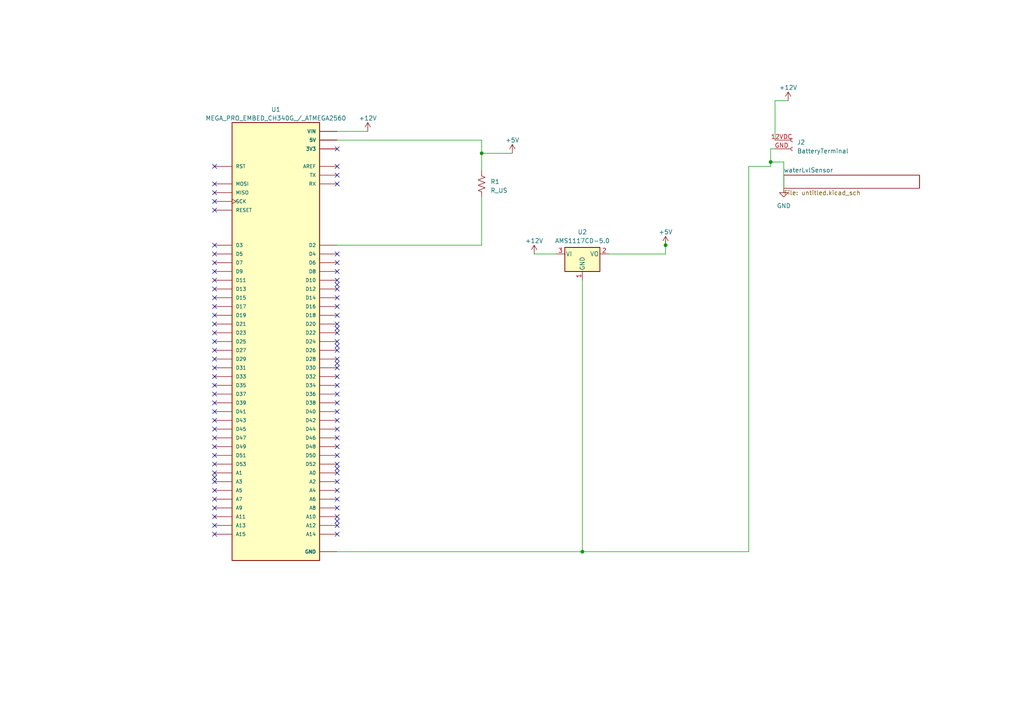
<source format=kicad_sch>
(kicad_sch (version 20230121) (generator eeschema)
  (paper "A4")
  (lib_symbols
    (symbol "Conn_01x02_Socket_1" (pin_names (offset 1.016) hide)
      (property "Reference" "J" (at 0 2.54 0))
      (property "Value" "BatteryTerminal" (at 0 -5.08 0))
      (symbol "Conn_01x02_Socket_1_1_1"
        (arc (start 0 -2.032) (mid -0.5058 -2.54) (end 0 -3.048) (stroke (width 0.1524)))
        (polyline (pts (xy -1.27 -2.54) (xy -0.508 -2.54)) (stroke (width 0.1524)))
        (polyline (pts (xy -1.27 0) (xy -0.508 0)) (stroke (width 0.1524)))
        (arc (start 0 0.508) (mid -0.5058 0) (end 0 -0.508) (stroke (width 0.1524)))
        (pin power_out line (at -5.08 0 0) (length 3.81) (name "Pin_1") (number "12VDC"))
        (pin power_out line (at -5.08 -2.54 0) (length 3.81) (name "Pin_2") (number "GND"))
      )
    )
    (symbol "Device:R_US" (pin_numbers hide) (pin_names (offset 0))
      (property "Reference" "R" (at 2.54 0 90))
      (property "Value" "R_US" (at -2.54 0 90))
      (symbol "R_US_0_1"
        (polyline (pts (xy 0 -2.286) (xy 0 -2.54)))
        (polyline (pts (xy 0 2.286) (xy 0 2.54)))
        (polyline (pts (xy 0 -0.762) (xy 1.016 -1.143) (xy 0 -1.524) (xy -1.016 -1.905) (xy 0 -2.286)))
        (polyline (pts (xy 0 0.762) (xy 1.016 0.381) (xy 0 0) (xy -1.016 -0.381) (xy 0 -0.762)))
        (polyline (pts (xy 0 2.286) (xy 1.016 1.905) (xy 0 1.524) (xy -1.016 1.143) (xy 0 0.762)))
      )
      (symbol "R_US_1_1"
        (pin passive line (at 0 3.81 270) (length 1.27) (name "~") (number "1"))
        (pin passive line (at 0 -3.81 90) (length 1.27) (name "~") (number "2"))
      )
    )
    (symbol "MEGA_PRO_EMBED_CH340G___ATMEGA2560:MEGA_PRO_EMBED_CH340G_/_ATMEGA2560" (pin_numbers hide) (pin_names (offset 1.016))
      (property "Reference" "U1" (at 0 67.31 0))
      (property "Value" "MEGA_PRO_EMBED_CH340G_/_ATMEGA2560" (at 0 64.77 0))
      (symbol "MEGA_PRO_EMBED_CH340G_/_ATMEGA2560_0_0"
        (rectangle (start -12.7 -63.5) (end 12.7 63.5) (stroke (width 0.254)) (fill (type background)))
        (pin power_in line (at 17.78 55.88 180) (length 5.08) (name "3V3") (number "3V3_1"))
        (pin power_in line (at 17.78 55.88 180) (length 5.08) (name "3V3") (number "3V3_2"))
        (pin power_in line (at 17.78 58.42 180) (length 5.08) (name "5V") (number "5V_1"))
        (pin power_in line (at 17.78 58.42 180) (length 5.08) (name "5V") (number "5V_2"))
        (pin power_in line (at 17.78 58.42 180) (length 5.08) (name "5V") (number "5V_3"))
        (pin bidirectional line (at 17.78 -38.1 180) (length 5.08) (name "A0") (number "A0"))
        (pin bidirectional line (at -17.78 -38.1 0) (length 5.08) (name "A1") (number "A1"))
        (pin bidirectional line (at 17.78 -50.8 180) (length 5.08) (name "A10") (number "A10"))
        (pin bidirectional line (at -17.78 -50.8 0) (length 5.08) (name "A11") (number "A11"))
        (pin bidirectional line (at 17.78 -53.34 180) (length 5.08) (name "A12") (number "A12"))
        (pin bidirectional line (at -17.78 -53.34 0) (length 5.08) (name "A13") (number "A13"))
        (pin bidirectional line (at 17.78 -55.88 180) (length 5.08) (name "A14") (number "A14"))
        (pin bidirectional line (at -17.78 -55.88 0) (length 5.08) (name "A15") (number "A15"))
        (pin bidirectional line (at 17.78 -40.64 180) (length 5.08) (name "A2") (number "A2"))
        (pin bidirectional line (at -17.78 -40.64 0) (length 5.08) (name "A3") (number "A3"))
        (pin bidirectional line (at 17.78 -43.18 180) (length 5.08) (name "A4") (number "A4"))
        (pin bidirectional line (at -17.78 -43.18 0) (length 5.08) (name "A5") (number "A5"))
        (pin bidirectional line (at 17.78 -45.72 180) (length 5.08) (name "A6") (number "A6"))
        (pin bidirectional line (at -17.78 -45.72 0) (length 5.08) (name "A7") (number "A7"))
        (pin bidirectional line (at 17.78 -48.26 180) (length 5.08) (name "A8") (number "A8"))
        (pin bidirectional line (at -17.78 -48.26 0) (length 5.08) (name "A9") (number "A9"))
        (pin bidirectional line (at 17.78 50.8 180) (length 5.08) (name "AREF") (number "AREF"))
        (pin bidirectional line (at 17.78 17.78 180) (length 5.08) (name "D10") (number "D10"))
        (pin bidirectional line (at -17.78 17.78 0) (length 5.08) (name "D11") (number "D11"))
        (pin bidirectional line (at 17.78 15.24 180) (length 5.08) (name "D12") (number "D12"))
        (pin bidirectional line (at -17.78 15.24 0) (length 5.08) (name "D13") (number "D13"))
        (pin bidirectional line (at 17.78 12.7 180) (length 5.08) (name "D14") (number "D14"))
        (pin bidirectional line (at -17.78 12.7 0) (length 5.08) (name "D15") (number "D15"))
        (pin bidirectional line (at 17.78 10.16 180) (length 5.08) (name "D16") (number "D16"))
        (pin bidirectional line (at -17.78 10.16 0) (length 5.08) (name "D17") (number "D17"))
        (pin bidirectional line (at 17.78 7.62 180) (length 5.08) (name "D18") (number "D18"))
        (pin bidirectional line (at -17.78 7.62 0) (length 5.08) (name "D19") (number "D19"))
        (pin bidirectional line (at 17.78 27.94 180) (length 5.08) (name "D2") (number "D2"))
        (pin bidirectional line (at 17.78 5.08 180) (length 5.08) (name "D20") (number "D20"))
        (pin bidirectional line (at -17.78 5.08 0) (length 5.08) (name "D21") (number "D21"))
        (pin bidirectional line (at 17.78 2.54 180) (length 5.08) (name "D22") (number "D22"))
        (pin bidirectional line (at -17.78 2.54 0) (length 5.08) (name "D23") (number "D23"))
        (pin bidirectional line (at 17.78 0 180) (length 5.08) (name "D24") (number "D24"))
        (pin bidirectional line (at -17.78 0 0) (length 5.08) (name "D25") (number "D25"))
        (pin bidirectional line (at 17.78 -2.54 180) (length 5.08) (name "D26") (number "D26"))
        (pin bidirectional line (at -17.78 -2.54 0) (length 5.08) (name "D27") (number "D27"))
        (pin bidirectional line (at 17.78 -5.08 180) (length 5.08) (name "D28") (number "D28"))
        (pin bidirectional line (at -17.78 -5.08 0) (length 5.08) (name "D29") (number "D29"))
        (pin bidirectional line (at -17.78 27.94 0) (length 5.08) (name "D3") (number "D3"))
        (pin bidirectional line (at 17.78 -7.62 180) (length 5.08) (name "D30") (number "D30"))
        (pin bidirectional line (at -17.78 -7.62 0) (length 5.08) (name "D31") (number "D31"))
        (pin bidirectional line (at 17.78 -10.16 180) (length 5.08) (name "D32") (number "D32"))
        (pin bidirectional line (at -17.78 -10.16 0) (length 5.08) (name "D33") (number "D33"))
        (pin bidirectional line (at 17.78 -12.7 180) (length 5.08) (name "D34") (number "D34"))
        (pin bidirectional line (at -17.78 -12.7 0) (length 5.08) (name "D35") (number "D35"))
        (pin bidirectional line (at 17.78 -15.24 180) (length 5.08) (name "D36") (number "D36"))
        (pin bidirectional line (at -17.78 -15.24 0) (length 5.08) (name "D37") (number "D37"))
        (pin bidirectional line (at 17.78 -17.78 180) (length 5.08) (name "D38") (number "D38"))
        (pin bidirectional line (at -17.78 -17.78 0) (length 5.08) (name "D39") (number "D39"))
        (pin bidirectional line (at 17.78 25.4 180) (length 5.08) (name "D4") (number "D4"))
        (pin bidirectional line (at 17.78 -20.32 180) (length 5.08) (name "D40") (number "D40"))
        (pin bidirectional line (at -17.78 -20.32 0) (length 5.08) (name "D41") (number "D41"))
        (pin bidirectional line (at 17.78 -22.86 180) (length 5.08) (name "D42") (number "D42"))
        (pin bidirectional line (at -17.78 -22.86 0) (length 5.08) (name "D43") (number "D43"))
        (pin bidirectional line (at 17.78 -25.4 180) (length 5.08) (name "D44") (number "D44"))
        (pin bidirectional line (at -17.78 -25.4 0) (length 5.08) (name "D45") (number "D45"))
        (pin bidirectional line (at 17.78 -27.94 180) (length 5.08) (name "D46") (number "D46"))
        (pin bidirectional line (at -17.78 -27.94 0) (length 5.08) (name "D47") (number "D47"))
        (pin bidirectional line (at 17.78 -30.48 180) (length 5.08) (name "D48") (number "D48"))
        (pin bidirectional line (at -17.78 -30.48 0) (length 5.08) (name "D49") (number "D49"))
        (pin bidirectional line (at -17.78 25.4 0) (length 5.08) (name "D5") (number "D5"))
        (pin bidirectional line (at 17.78 -33.02 180) (length 5.08) (name "D50") (number "D50"))
        (pin bidirectional line (at -17.78 -33.02 0) (length 5.08) (name "D51") (number "D51"))
        (pin bidirectional line (at 17.78 -35.56 180) (length 5.08) (name "D52") (number "D52"))
        (pin bidirectional line (at -17.78 -35.56 0) (length 5.08) (name "D53") (number "D53"))
        (pin bidirectional line (at 17.78 22.86 180) (length 5.08) (name "D6") (number "D6"))
        (pin bidirectional line (at -17.78 22.86 0) (length 5.08) (name "D7") (number "D7"))
        (pin bidirectional line (at 17.78 20.32 180) (length 5.08) (name "D8") (number "D8"))
        (pin bidirectional line (at -17.78 20.32 0) (length 5.08) (name "D9") (number "D9"))
        (pin power_in line (at 17.78 -60.96 180) (length 5.08) (name "GND") (number "GND_1"))
        (pin power_in line (at 17.78 -60.96 180) (length 5.08) (name "GND") (number "GND_2"))
        (pin power_in line (at 17.78 -60.96 180) (length 5.08) (name "GND") (number "GND_3"))
        (pin bidirectional line (at -17.78 43.18 0) (length 5.08) (name "MISO") (number "MISO"))
        (pin bidirectional line (at -17.78 45.72 0) (length 5.08) (name "MOSI") (number "MOSI"))
        (pin input line (at -17.78 38.1 0) (length 5.08) (name "RESET") (number "RESET"))
        (pin input line (at -17.78 50.8 0) (length 5.08) (name "RST") (number "RST"))
        (pin input line (at 17.78 45.72 180) (length 5.08) (name "RX") (number "RX"))
        (pin bidirectional clock (at -17.78 40.64 0) (length 5.08) (name "SCK") (number "SCK"))
        (pin output line (at 17.78 48.26 180) (length 5.08) (name "TX") (number "TX"))
        (pin power_out line (at 17.78 60.96 180) (length 5.08) (name "VIN") (number "VIN_1"))
        (pin output line (at 17.78 60.96 180) (length 5.08) (name "VIN") (number "VIN_2"))
      )
    )
    (symbol "Regulator_Linear:AMS1117CD-5.0" (pin_names (offset 0.254))
      (property "Reference" "U" (at -3.81 3.175 0))
      (property "Value" "AMS1117CD-5.0" (at 0 3.175 0))
      (symbol "AMS1117CD-5.0_0_1"
        (rectangle (start -5.08 -5.08) (end 5.08 1.905) (stroke (width 0.254)) (fill (type background)))
      )
      (symbol "AMS1117CD-5.0_1_1"
        (pin power_in line (at 0 -7.62 90) (length 2.54) (name "GND") (number "1"))
        (pin power_out line (at 7.62 0 180) (length 2.54) (name "VO") (number "2"))
        (pin power_in line (at -7.62 0 0) (length 2.54) (name "VI") (number "3"))
      )
    )
    (symbol "power:+12V" (power) (pin_names (offset 0))
      (property "Value" "+12V" (at 0 3.556 0))
      (symbol "+12V_0_1"
        (polyline (pts (xy -0.762 1.27) (xy 0 2.54)))
        (polyline (pts (xy 0 0) (xy 0 2.54)))
        (polyline (pts (xy 0 2.54) (xy 0.762 1.27)))
      )
      (symbol "+12V_1_1"
        (pin power_in line (at 0 0 90) (length 0) hide (name "+12V") (number "1"))
      )
    )
    (symbol "power:+5V" (power) (pin_names (offset 0))
      (property "Value" "+5V" (at 0 3.556 0))
      (symbol "+5V_0_1"
        (polyline (pts (xy -0.762 1.27) (xy 0 2.54)))
        (polyline (pts (xy 0 0) (xy 0 2.54)))
        (polyline (pts (xy 0 2.54) (xy 0.762 1.27)))
      )
      (symbol "+5V_1_1"
        (pin power_in line (at 0 0 90) (length 0) hide (name "+5V") (number "1"))
      )
    )
    (symbol "power:GND" (power) (pin_names (offset 0))
      (property "Value" "GND" (at 0 -3.81 0))
      (symbol "GND_0_1"
        (polyline (pts (xy 0 0) (xy 0 -1.27) (xy 1.27 -1.27) (xy 0 -2.54) (xy -1.27 -1.27) (xy 0 -1.27)))
      )
      (symbol "GND_1_1"
        (pin power_in line (at 0 0 270) (length 0) hide (name "GND") (number "1"))
      )
    )
  )
  (junction (at 223.52 46.99))
  (junction (at 168.91 160.02))
  (junction (at 193.04 71.12))
  (junction (at 139.7 44.45))
  (no_connect (at 62.23 132.08))
  (no_connect (at 62.23 154.94))
  (no_connect (at 97.79 81.28))
  (no_connect (at 97.79 82.55))
  (no_connect (at 62.23 55.88))
  (no_connect (at 97.79 116.84))
  (no_connect (at 97.79 86.36))
  (no_connect (at 97.79 151.13))
  (no_connect (at 97.79 144.78))
  (no_connect (at 97.79 111.76))
  (no_connect (at 97.79 99.06))
  (no_connect (at 97.79 96.52))
  (no_connect (at 97.79 50.8))
  (no_connect (at 62.23 144.78))
  (no_connect (at 62.23 152.4))
  (no_connect (at 97.79 152.4))
  (no_connect (at 97.79 95.25))
  (no_connect (at 62.23 99.06))
  (no_connect (at 97.79 100.33))
  (no_connect (at 97.79 105.41))
  (no_connect (at 97.79 83.82))
  (no_connect (at 97.79 106.68))
  (no_connect (at 97.79 114.3))
  (no_connect (at 97.79 135.89))
  (no_connect (at 62.23 137.16))
  (no_connect (at 97.79 93.98))
  (no_connect (at 97.79 109.22))
  (no_connect (at 62.23 138.43))
  (no_connect (at 62.23 149.86))
  (no_connect (at 97.79 134.62))
  (no_connect (at 97.79 119.38))
  (no_connect (at 97.79 91.44))
  (no_connect (at 62.23 60.96))
  (no_connect (at 62.23 88.9))
  (no_connect (at 62.23 96.52))
  (no_connect (at 97.79 73.66))
  (no_connect (at 62.23 114.3))
  (no_connect (at 97.79 48.26))
  (no_connect (at 62.23 124.46))
  (no_connect (at 97.79 124.46))
  (no_connect (at 97.79 43.18))
  (no_connect (at 62.23 127))
  (no_connect (at 97.79 137.16))
  (no_connect (at 97.79 127))
  (no_connect (at 62.23 86.36))
  (no_connect (at 62.23 139.7))
  (no_connect (at 97.79 147.32))
  (no_connect (at 62.23 83.82))
  (no_connect (at 62.23 58.42))
  (no_connect (at 97.79 139.7))
  (no_connect (at 62.23 76.2))
  (no_connect (at 62.23 71.12))
  (no_connect (at 62.23 147.32))
  (no_connect (at 97.79 154.94))
  (no_connect (at 97.79 121.92))
  (no_connect (at 62.23 93.98))
  (no_connect (at 97.79 88.9))
  (no_connect (at 62.23 116.84))
  (no_connect (at 62.23 142.24))
  (no_connect (at 62.23 111.76))
  (no_connect (at 97.79 132.08))
  (no_connect (at 62.23 48.26))
  (no_connect (at 97.79 78.74))
  (no_connect (at 62.23 121.92))
  (no_connect (at 62.23 106.68))
  (no_connect (at 97.79 76.2))
  (no_connect (at 62.23 104.14))
  (no_connect (at 62.23 73.66))
  (no_connect (at 97.79 129.54))
  (no_connect (at 62.23 129.54))
  (no_connect (at 62.23 91.44))
  (no_connect (at 97.79 53.34))
  (no_connect (at 62.23 134.62))
  (no_connect (at 62.23 53.34))
  (no_connect (at 62.23 101.6))
  (no_connect (at 97.79 104.14))
  (no_connect (at 97.79 142.24))
  (no_connect (at 97.79 101.6))
  (no_connect (at 62.23 119.38))
  (no_connect (at 62.23 81.28))
  (no_connect (at 62.23 109.22))
  (no_connect (at 62.23 78.74))
  (no_connect (at 97.79 149.86))
  (wire (pts (xy 139.7 40.64) (xy 139.7 44.45)))
  (wire (pts (xy 217.17 160.02) (xy 217.17 48.26)))
  (wire (pts (xy 154.94 73.66) (xy 161.29 73.66)))
  (wire (pts (xy 217.17 48.26) (xy 223.52 48.26)))
  (wire (pts (xy 224.79 29.21) (xy 224.79 40.64)))
  (wire (pts (xy 168.91 160.02) (xy 97.79 160.02)))
  (wire (pts (xy 139.7 44.45) (xy 148.59 44.45)))
  (wire (pts (xy 139.7 71.12) (xy 97.79 71.12)))
  (wire (pts (xy 193.04 69.85) (xy 193.04 71.12)))
  (wire (pts (xy 139.7 44.45) (xy 139.7 49.53)))
  (wire (pts (xy 227.33 46.99) (xy 223.52 46.99)))
  (wire (pts (xy 228.6 29.21) (xy 224.79 29.21)))
  (wire (pts (xy 139.7 57.15) (xy 139.7 71.12)))
  (wire (pts (xy 223.52 46.99) (xy 223.52 43.18)))
  (wire (pts (xy 168.91 81.28) (xy 168.91 160.02)))
  (wire (pts (xy 223.52 48.26) (xy 223.52 46.99)))
  (wire (pts (xy 176.53 73.66) (xy 193.04 73.66)))
  (wire (pts (xy 193.04 73.66) (xy 193.04 71.12)))
  (wire (pts (xy 223.52 43.18) (xy 224.79 43.18)))
  (wire (pts (xy 227.33 54.61) (xy 227.33 46.99)))
  (wire (pts (xy 97.79 38.1) (xy 106.68 38.1)))
  (wire (pts (xy 97.79 40.64) (xy 139.7 40.64)))
  (wire (pts (xy 217.17 160.02) (xy 168.91 160.02)))
  (symbol (lib_id "power:GND") (at 227.33 54.61 0) (unit 1)
    (property "Reference" "#PWR04" (effects hide))
    (property "Value" "GND" (at 227.33 59.69 0))
  )
  (symbol (lib_id "power:+5V") (at 193.04 71.12 0) (unit 1)
    (property "Reference" "#PWR02" (effects hide))
    (property "Value" "+5V" (at 193.04 67.31 0))
  )
  (symbol (lib_id "power:+12V") (at 154.94 73.66 0) (unit 1)
    (property "Reference" "#PWR06" (effects hide))
    (property "Value" "+12V" (at 154.94 69.85 0))
  )
  (symbol (lib_name "Conn_01x02_Socket_1") (lib_id "Connector:Conn_01x02_Socket") (at 229.87 40.64 0) (unit 1)
    (property "Reference" "J2" (at 231.14 41.275 0) (effects (justify left)))
    (property "Value" "BatteryTerminal" (at 231.14 43.815 0) (effects (justify left)))
  )
  (symbol (lib_id "power:+12V") (at 228.6 29.21 0) (unit 1)
    (property "Reference" "#PWR03" (effects hide))
    (property "Value" "+12V" (at 228.6 25.4 0))
  )
  (symbol (lib_id "power:+5V") (at 148.59 44.45 0) (unit 1)
    (property "Reference" "#PWR01" (effects hide))
    (property "Value" "+5V" (at 148.59 40.64 0))
  )
  (symbol (lib_id "MEGA_PRO_EMBED_CH340G___ATMEGA2560:MEGA_PRO_EMBED_CH340G_/_ATMEGA2560") (at 80.01 99.06 0) (unit 1)
    (property "Reference" "U1" (at 80.01 31.75 0))
    (property "Value" "MEGA_PRO_EMBED_CH340G_/_ATMEGA2560" (at 80.01 34.29 0))
    (property "PARTREV" "12/May/2017" (effects hide))
    (property "STANDARD" "Manufacturer Recommendations" (effects hide))
    (property "MANUFACTURER" "Robotdyn" (effects hide))
  )
  (symbol (lib_id "Device:R_US") (at 139.7 53.34 0) (unit 1)
    (property "Reference" "R1" (at 142.24 52.705 0) (effects (justify left)))
    (property "Value" "R_US" (at 142.24 55.245 0) (effects (justify left)))
  )
  (symbol (lib_id "Regulator_Linear:AMS1117CD-5.0") (at 168.91 73.66 0) (unit 1)
    (property "Reference" "U2" (at 168.91 67.31 0))
    (property "Value" "AMS1117CD-5.0" (at 168.91 69.85 0))
    (property "Datasheet" "http://www.advanced-monolithic.com/pdf/ds1117.pdf" (effects hide))
  )
  (symbol (lib_id "power:+12V") (at 106.68 38.1 0) (unit 1)
    (property "Reference" "#PWR05" (effects hide))
    (property "Value" "+12V" (at 106.68 34.29 0))
  )
  (sheet (at 227.33 50.8) (size 39.37 3.81) (stroke (width 0.1524))
    (property "Sheetname" "waterLvlSensor" (at 227.33 50.0884 0) (effects (justify left bottom)))
    (property "Sheetfile" "untitled.kicad_sch" (at 227.33 55.1946 0) (effects (justify left top)))
  )
)
</source>
